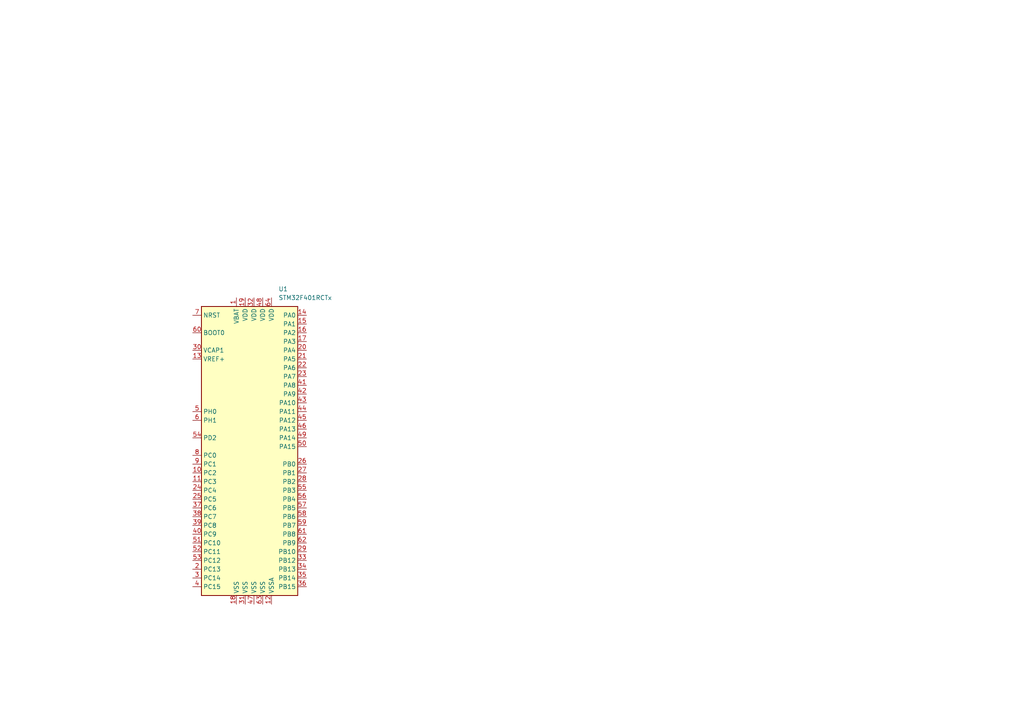
<source format=kicad_sch>
(kicad_sch (version 20211123) (generator eeschema)

  (uuid 2d4e1640-ba73-4396-b4c0-479fb7eee17b)

  (paper "A4")

  (lib_symbols
    (symbol "MCU_ST_STM32F4:STM32F401RCTx" (in_bom yes) (on_board yes)
      (property "Reference" "U" (id 0) (at -15.24 41.91 0)
        (effects (font (size 1.27 1.27)) (justify left))
      )
      (property "Value" "STM32F401RCTx" (id 1) (at 7.62 41.91 0)
        (effects (font (size 1.27 1.27)) (justify left))
      )
      (property "Footprint" "Package_QFP:LQFP-64_10x10mm_P0.5mm" (id 2) (at -15.24 -43.18 0)
        (effects (font (size 1.27 1.27)) (justify right) hide)
      )
      (property "Datasheet" "http://www.st.com/st-web-ui/static/active/en/resource/technical/document/datasheet/DM00086815.pdf" (id 3) (at 0 0 0)
        (effects (font (size 1.27 1.27)) hide)
      )
      (property "ki_keywords" "ARM Cortex-M4 STM32F4 STM32F401" (id 4) (at 0 0 0)
        (effects (font (size 1.27 1.27)) hide)
      )
      (property "ki_description" "ARM Cortex-M4 MCU, 256KB flash, 64KB RAM, 84MHz, 1.7-3.6V, 50 GPIO, LQFP-64" (id 5) (at 0 0 0)
        (effects (font (size 1.27 1.27)) hide)
      )
      (property "ki_fp_filters" "LQFP*10x10mm*P0.5mm*" (id 6) (at 0 0 0)
        (effects (font (size 1.27 1.27)) hide)
      )
      (symbol "STM32F401RCTx_0_1"
        (rectangle (start -15.24 -43.18) (end 12.7 40.64)
          (stroke (width 0.254) (type default) (color 0 0 0 0))
          (fill (type background))
        )
      )
      (symbol "STM32F401RCTx_1_1"
        (pin power_in line (at -5.08 43.18 270) (length 2.54)
          (name "VBAT" (effects (font (size 1.27 1.27))))
          (number "1" (effects (font (size 1.27 1.27))))
        )
        (pin bidirectional line (at -17.78 -7.62 0) (length 2.54)
          (name "PC2" (effects (font (size 1.27 1.27))))
          (number "10" (effects (font (size 1.27 1.27))))
        )
        (pin bidirectional line (at -17.78 -10.16 0) (length 2.54)
          (name "PC3" (effects (font (size 1.27 1.27))))
          (number "11" (effects (font (size 1.27 1.27))))
        )
        (pin power_in line (at 5.08 -45.72 90) (length 2.54)
          (name "VSSA" (effects (font (size 1.27 1.27))))
          (number "12" (effects (font (size 1.27 1.27))))
        )
        (pin power_in line (at -17.78 25.4 0) (length 2.54)
          (name "VREF+" (effects (font (size 1.27 1.27))))
          (number "13" (effects (font (size 1.27 1.27))))
        )
        (pin bidirectional line (at 15.24 38.1 180) (length 2.54)
          (name "PA0" (effects (font (size 1.27 1.27))))
          (number "14" (effects (font (size 1.27 1.27))))
        )
        (pin bidirectional line (at 15.24 35.56 180) (length 2.54)
          (name "PA1" (effects (font (size 1.27 1.27))))
          (number "15" (effects (font (size 1.27 1.27))))
        )
        (pin bidirectional line (at 15.24 33.02 180) (length 2.54)
          (name "PA2" (effects (font (size 1.27 1.27))))
          (number "16" (effects (font (size 1.27 1.27))))
        )
        (pin bidirectional line (at 15.24 30.48 180) (length 2.54)
          (name "PA3" (effects (font (size 1.27 1.27))))
          (number "17" (effects (font (size 1.27 1.27))))
        )
        (pin power_in line (at -5.08 -45.72 90) (length 2.54)
          (name "VSS" (effects (font (size 1.27 1.27))))
          (number "18" (effects (font (size 1.27 1.27))))
        )
        (pin power_in line (at -2.54 43.18 270) (length 2.54)
          (name "VDD" (effects (font (size 1.27 1.27))))
          (number "19" (effects (font (size 1.27 1.27))))
        )
        (pin bidirectional line (at -17.78 -35.56 0) (length 2.54)
          (name "PC13" (effects (font (size 1.27 1.27))))
          (number "2" (effects (font (size 1.27 1.27))))
        )
        (pin bidirectional line (at 15.24 27.94 180) (length 2.54)
          (name "PA4" (effects (font (size 1.27 1.27))))
          (number "20" (effects (font (size 1.27 1.27))))
        )
        (pin bidirectional line (at 15.24 25.4 180) (length 2.54)
          (name "PA5" (effects (font (size 1.27 1.27))))
          (number "21" (effects (font (size 1.27 1.27))))
        )
        (pin bidirectional line (at 15.24 22.86 180) (length 2.54)
          (name "PA6" (effects (font (size 1.27 1.27))))
          (number "22" (effects (font (size 1.27 1.27))))
        )
        (pin bidirectional line (at 15.24 20.32 180) (length 2.54)
          (name "PA7" (effects (font (size 1.27 1.27))))
          (number "23" (effects (font (size 1.27 1.27))))
        )
        (pin bidirectional line (at -17.78 -12.7 0) (length 2.54)
          (name "PC4" (effects (font (size 1.27 1.27))))
          (number "24" (effects (font (size 1.27 1.27))))
        )
        (pin bidirectional line (at -17.78 -15.24 0) (length 2.54)
          (name "PC5" (effects (font (size 1.27 1.27))))
          (number "25" (effects (font (size 1.27 1.27))))
        )
        (pin bidirectional line (at 15.24 -5.08 180) (length 2.54)
          (name "PB0" (effects (font (size 1.27 1.27))))
          (number "26" (effects (font (size 1.27 1.27))))
        )
        (pin bidirectional line (at 15.24 -7.62 180) (length 2.54)
          (name "PB1" (effects (font (size 1.27 1.27))))
          (number "27" (effects (font (size 1.27 1.27))))
        )
        (pin bidirectional line (at 15.24 -10.16 180) (length 2.54)
          (name "PB2" (effects (font (size 1.27 1.27))))
          (number "28" (effects (font (size 1.27 1.27))))
        )
        (pin bidirectional line (at 15.24 -30.48 180) (length 2.54)
          (name "PB10" (effects (font (size 1.27 1.27))))
          (number "29" (effects (font (size 1.27 1.27))))
        )
        (pin bidirectional line (at -17.78 -38.1 0) (length 2.54)
          (name "PC14" (effects (font (size 1.27 1.27))))
          (number "3" (effects (font (size 1.27 1.27))))
        )
        (pin power_in line (at -17.78 27.94 0) (length 2.54)
          (name "VCAP1" (effects (font (size 1.27 1.27))))
          (number "30" (effects (font (size 1.27 1.27))))
        )
        (pin power_in line (at -2.54 -45.72 90) (length 2.54)
          (name "VSS" (effects (font (size 1.27 1.27))))
          (number "31" (effects (font (size 1.27 1.27))))
        )
        (pin power_in line (at 0 43.18 270) (length 2.54)
          (name "VDD" (effects (font (size 1.27 1.27))))
          (number "32" (effects (font (size 1.27 1.27))))
        )
        (pin bidirectional line (at 15.24 -33.02 180) (length 2.54)
          (name "PB12" (effects (font (size 1.27 1.27))))
          (number "33" (effects (font (size 1.27 1.27))))
        )
        (pin bidirectional line (at 15.24 -35.56 180) (length 2.54)
          (name "PB13" (effects (font (size 1.27 1.27))))
          (number "34" (effects (font (size 1.27 1.27))))
        )
        (pin bidirectional line (at 15.24 -38.1 180) (length 2.54)
          (name "PB14" (effects (font (size 1.27 1.27))))
          (number "35" (effects (font (size 1.27 1.27))))
        )
        (pin bidirectional line (at 15.24 -40.64 180) (length 2.54)
          (name "PB15" (effects (font (size 1.27 1.27))))
          (number "36" (effects (font (size 1.27 1.27))))
        )
        (pin bidirectional line (at -17.78 -17.78 0) (length 2.54)
          (name "PC6" (effects (font (size 1.27 1.27))))
          (number "37" (effects (font (size 1.27 1.27))))
        )
        (pin bidirectional line (at -17.78 -20.32 0) (length 2.54)
          (name "PC7" (effects (font (size 1.27 1.27))))
          (number "38" (effects (font (size 1.27 1.27))))
        )
        (pin bidirectional line (at -17.78 -22.86 0) (length 2.54)
          (name "PC8" (effects (font (size 1.27 1.27))))
          (number "39" (effects (font (size 1.27 1.27))))
        )
        (pin bidirectional line (at -17.78 -40.64 0) (length 2.54)
          (name "PC15" (effects (font (size 1.27 1.27))))
          (number "4" (effects (font (size 1.27 1.27))))
        )
        (pin bidirectional line (at -17.78 -25.4 0) (length 2.54)
          (name "PC9" (effects (font (size 1.27 1.27))))
          (number "40" (effects (font (size 1.27 1.27))))
        )
        (pin bidirectional line (at 15.24 17.78 180) (length 2.54)
          (name "PA8" (effects (font (size 1.27 1.27))))
          (number "41" (effects (font (size 1.27 1.27))))
        )
        (pin bidirectional line (at 15.24 15.24 180) (length 2.54)
          (name "PA9" (effects (font (size 1.27 1.27))))
          (number "42" (effects (font (size 1.27 1.27))))
        )
        (pin bidirectional line (at 15.24 12.7 180) (length 2.54)
          (name "PA10" (effects (font (size 1.27 1.27))))
          (number "43" (effects (font (size 1.27 1.27))))
        )
        (pin bidirectional line (at 15.24 10.16 180) (length 2.54)
          (name "PA11" (effects (font (size 1.27 1.27))))
          (number "44" (effects (font (size 1.27 1.27))))
        )
        (pin bidirectional line (at 15.24 7.62 180) (length 2.54)
          (name "PA12" (effects (font (size 1.27 1.27))))
          (number "45" (effects (font (size 1.27 1.27))))
        )
        (pin bidirectional line (at 15.24 5.08 180) (length 2.54)
          (name "PA13" (effects (font (size 1.27 1.27))))
          (number "46" (effects (font (size 1.27 1.27))))
        )
        (pin power_in line (at 0 -45.72 90) (length 2.54)
          (name "VSS" (effects (font (size 1.27 1.27))))
          (number "47" (effects (font (size 1.27 1.27))))
        )
        (pin power_in line (at 2.54 43.18 270) (length 2.54)
          (name "VDD" (effects (font (size 1.27 1.27))))
          (number "48" (effects (font (size 1.27 1.27))))
        )
        (pin bidirectional line (at 15.24 2.54 180) (length 2.54)
          (name "PA14" (effects (font (size 1.27 1.27))))
          (number "49" (effects (font (size 1.27 1.27))))
        )
        (pin input line (at -17.78 10.16 0) (length 2.54)
          (name "PH0" (effects (font (size 1.27 1.27))))
          (number "5" (effects (font (size 1.27 1.27))))
        )
        (pin bidirectional line (at 15.24 0 180) (length 2.54)
          (name "PA15" (effects (font (size 1.27 1.27))))
          (number "50" (effects (font (size 1.27 1.27))))
        )
        (pin bidirectional line (at -17.78 -27.94 0) (length 2.54)
          (name "PC10" (effects (font (size 1.27 1.27))))
          (number "51" (effects (font (size 1.27 1.27))))
        )
        (pin bidirectional line (at -17.78 -30.48 0) (length 2.54)
          (name "PC11" (effects (font (size 1.27 1.27))))
          (number "52" (effects (font (size 1.27 1.27))))
        )
        (pin bidirectional line (at -17.78 -33.02 0) (length 2.54)
          (name "PC12" (effects (font (size 1.27 1.27))))
          (number "53" (effects (font (size 1.27 1.27))))
        )
        (pin bidirectional line (at -17.78 2.54 0) (length 2.54)
          (name "PD2" (effects (font (size 1.27 1.27))))
          (number "54" (effects (font (size 1.27 1.27))))
        )
        (pin bidirectional line (at 15.24 -12.7 180) (length 2.54)
          (name "PB3" (effects (font (size 1.27 1.27))))
          (number "55" (effects (font (size 1.27 1.27))))
        )
        (pin bidirectional line (at 15.24 -15.24 180) (length 2.54)
          (name "PB4" (effects (font (size 1.27 1.27))))
          (number "56" (effects (font (size 1.27 1.27))))
        )
        (pin bidirectional line (at 15.24 -17.78 180) (length 2.54)
          (name "PB5" (effects (font (size 1.27 1.27))))
          (number "57" (effects (font (size 1.27 1.27))))
        )
        (pin bidirectional line (at 15.24 -20.32 180) (length 2.54)
          (name "PB6" (effects (font (size 1.27 1.27))))
          (number "58" (effects (font (size 1.27 1.27))))
        )
        (pin bidirectional line (at 15.24 -22.86 180) (length 2.54)
          (name "PB7" (effects (font (size 1.27 1.27))))
          (number "59" (effects (font (size 1.27 1.27))))
        )
        (pin input line (at -17.78 7.62 0) (length 2.54)
          (name "PH1" (effects (font (size 1.27 1.27))))
          (number "6" (effects (font (size 1.27 1.27))))
        )
        (pin input line (at -17.78 33.02 0) (length 2.54)
          (name "BOOT0" (effects (font (size 1.27 1.27))))
          (number "60" (effects (font (size 1.27 1.27))))
        )
        (pin bidirectional line (at 15.24 -25.4 180) (length 2.54)
          (name "PB8" (effects (font (size 1.27 1.27))))
          (number "61" (effects (font (size 1.27 1.27))))
        )
        (pin bidirectional line (at 15.24 -27.94 180) (length 2.54)
          (name "PB9" (effects (font (size 1.27 1.27))))
          (number "62" (effects (font (size 1.27 1.27))))
        )
        (pin power_in line (at 2.54 -45.72 90) (length 2.54)
          (name "VSS" (effects (font (size 1.27 1.27))))
          (number "63" (effects (font (size 1.27 1.27))))
        )
        (pin power_in line (at 5.08 43.18 270) (length 2.54)
          (name "VDD" (effects (font (size 1.27 1.27))))
          (number "64" (effects (font (size 1.27 1.27))))
        )
        (pin input line (at -17.78 38.1 0) (length 2.54)
          (name "NRST" (effects (font (size 1.27 1.27))))
          (number "7" (effects (font (size 1.27 1.27))))
        )
        (pin bidirectional line (at -17.78 -2.54 0) (length 2.54)
          (name "PC0" (effects (font (size 1.27 1.27))))
          (number "8" (effects (font (size 1.27 1.27))))
        )
        (pin bidirectional line (at -17.78 -5.08 0) (length 2.54)
          (name "PC1" (effects (font (size 1.27 1.27))))
          (number "9" (effects (font (size 1.27 1.27))))
        )
      )
    )
  )


  (symbol (lib_id "MCU_ST_STM32F4:STM32F401RCTx") (at 73.66 129.54 0) (unit 1)
    (in_bom yes) (on_board yes) (fields_autoplaced)
    (uuid 3b6280cf-559c-428c-a591-2b92dad93156)
    (property "Reference" "U1" (id 0) (at 80.7594 83.82 0)
      (effects (font (size 1.27 1.27)) (justify left))
    )
    (property "Value" "STM32F401RCTx" (id 1) (at 80.7594 86.36 0)
      (effects (font (size 1.27 1.27)) (justify left))
    )
    (property "Footprint" "Package_QFP:LQFP-64_10x10mm_P0.5mm" (id 2) (at 58.42 172.72 0)
      (effects (font (size 1.27 1.27)) (justify right) hide)
    )
    (property "Datasheet" "http://www.st.com/st-web-ui/static/active/en/resource/technical/document/datasheet/DM00086815.pdf" (id 3) (at 73.66 129.54 0)
      (effects (font (size 1.27 1.27)) hide)
    )
    (pin "1" (uuid 5f1e5fa4-46ec-4405-a191-8311f05c2f7f))
    (pin "10" (uuid a079e76a-2ab1-4225-be99-d4a7474dbc8f))
    (pin "11" (uuid f0cee18a-5506-44e8-8bd8-9bb05dc54499))
    (pin "12" (uuid 0b993781-6c00-473a-b262-c4ba016a5d77))
    (pin "13" (uuid ec4cd673-9f0e-42ec-8e55-f764a19e169f))
    (pin "14" (uuid fe85420a-60ec-4543-bc6b-071307d8ac48))
    (pin "15" (uuid 20b522aa-32e8-4129-851e-e05e83b8a189))
    (pin "16" (uuid 461eded9-e472-4aac-8365-462995ea9f71))
    (pin "17" (uuid f94846e3-8aa3-46c3-bb54-5a08bb088012))
    (pin "18" (uuid 7be28352-751b-4001-b866-d7ec539d287c))
    (pin "19" (uuid db0f57ca-4197-4af2-95ca-78462010bc03))
    (pin "2" (uuid f7f837a4-65ac-4230-8aa1-84a1491f3ee3))
    (pin "20" (uuid 20f43f46-25af-4d5f-be2b-7281deacbeaf))
    (pin "21" (uuid a71123a3-efaa-441d-8d8f-511cff84178a))
    (pin "22" (uuid 09d24012-ee15-40bd-89f4-c0dea8dafb4a))
    (pin "23" (uuid 8140c0dc-615a-40d3-8ad7-816da1c743e3))
    (pin "24" (uuid 7b6f7e1a-eb3b-4e7f-bb9c-d7b03d720ac0))
    (pin "25" (uuid b04be9a2-f48e-4fdd-96c0-307c44575963))
    (pin "26" (uuid 81014959-f466-4dfc-b544-f809635dd94b))
    (pin "27" (uuid 8305da01-c54e-4577-b597-598e445986de))
    (pin "28" (uuid 290cd50f-8c5a-4272-a9aa-236a55fa28f2))
    (pin "29" (uuid d808459b-eab0-4f08-a65c-eca64eeb544e))
    (pin "3" (uuid bb3f4b44-736b-4520-a972-77be09505962))
    (pin "30" (uuid 1d3f1e96-eade-4844-859b-f9a50619e124))
    (pin "31" (uuid cf5718a0-7803-4724-b0f2-ad2a31b88291))
    (pin "32" (uuid 27f4f906-bc22-4965-a75a-f1777932b96d))
    (pin "33" (uuid a13cecfe-19c8-4593-972c-24b84f6ebfa5))
    (pin "34" (uuid a9cba2db-34e3-4b99-80ca-b192231caede))
    (pin "35" (uuid 45a93683-b3a1-4e76-bf84-31dd397d2052))
    (pin "36" (uuid a669877b-62a9-484b-8bc7-9577fb7f7689))
    (pin "37" (uuid dfb8072e-a047-4a2f-bc59-50dc1a40dda9))
    (pin "38" (uuid 636f9e7c-7c16-4c02-85b1-6427b7fcba1e))
    (pin "39" (uuid a4247fd7-39db-40ea-b208-ed03137f9989))
    (pin "4" (uuid 18a8b823-cb22-4b2e-a178-09337c4c7f85))
    (pin "40" (uuid 5fd875b5-0056-41f4-b45c-2389bc461e18))
    (pin "41" (uuid 69d27edc-8809-47d4-abcc-a3904be96d12))
    (pin "42" (uuid 20555485-34fc-4299-b8d3-d2600b533fb9))
    (pin "43" (uuid 7441ca29-e461-4e67-888a-31b041b37ed9))
    (pin "44" (uuid 27f4b2a9-4ff1-4e39-b36e-24ec3b0317f0))
    (pin "45" (uuid 4fcedf19-3aec-470f-b6a9-267bdea7ed10))
    (pin "46" (uuid b7a39d97-bea7-4fb8-90f6-43182e9e8315))
    (pin "47" (uuid f3dd7b51-30f4-4d27-bc00-7e3c824f4bec))
    (pin "48" (uuid ce400182-9618-4682-ae43-8d39a06dde72))
    (pin "49" (uuid 60e2fbc2-edb0-4dd2-bfbe-0112db160c1b))
    (pin "5" (uuid df5375c4-487e-4893-a37b-7a3682402256))
    (pin "50" (uuid fa007c10-7e37-4989-9bc4-64de06aa92df))
    (pin "51" (uuid 401eabbb-6051-44a0-a85c-c0eb0a0cf76a))
    (pin "52" (uuid f42f4cd6-8915-41fe-86a2-10981ca8da29))
    (pin "53" (uuid 008d01f4-bd2b-4fc9-91ee-70bcad99cdb8))
    (pin "54" (uuid e1e45c35-979a-473f-be1b-7aac2c728773))
    (pin "55" (uuid 952cfec9-d6c7-43c1-adaf-aabea29646ce))
    (pin "56" (uuid d6363283-18dc-4dd0-b5e4-5c5cf3d493a0))
    (pin "57" (uuid f8e2cf88-a2aa-45e1-8b1d-d5a7f8a8636d))
    (pin "58" (uuid fbc3a399-cd5e-4f97-94f2-af60083fca19))
    (pin "59" (uuid 4c7c0d35-397c-4efc-b537-d193a5c2fe18))
    (pin "6" (uuid 496e804d-810d-464c-9a34-0c3378e30204))
    (pin "60" (uuid 9685fd93-abff-4626-a64c-ebea874ce477))
    (pin "61" (uuid ac070e62-b6e2-49a9-8cb9-46bdcd82d798))
    (pin "62" (uuid 2349f053-89b1-4452-9183-932c206aa929))
    (pin "63" (uuid 490e66af-0d58-42a3-982e-31300e3f7625))
    (pin "64" (uuid 3cb2a1b4-4135-4a9e-b365-b310cfaea703))
    (pin "7" (uuid 1d050f51-58e3-4757-8658-ef58016ff5fb))
    (pin "8" (uuid b4b0e65c-1b0e-43d1-b553-bbe2a9bc1515))
    (pin "9" (uuid d5eef3ec-a6da-4689-9799-cba05ff21943))
  )

  (sheet_instances
    (path "/" (page "1"))
  )

  (symbol_instances
    (path "/3b6280cf-559c-428c-a591-2b92dad93156"
      (reference "U1") (unit 1) (value "STM32F401RCTx") (footprint "Package_QFP:LQFP-64_10x10mm_P0.5mm")
    )
  )
)

</source>
